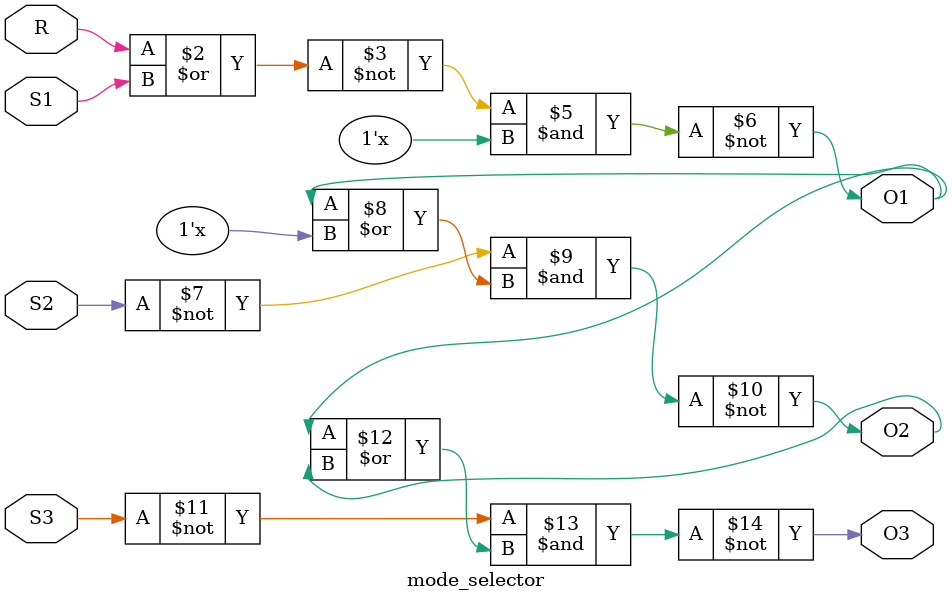
<source format=v>
module mode_selector(
    input  R,
    input  S1,
    input  S2,
    input  S3,
    output reg O1,
    output reg O2,
    output reg O3
);

always @(*) begin
    // Output logic simplified using combinational reasoning
    O1 = ~(~(R | S1) & (O2 | O3));   // Equivalent to the gate network
    O2 = ~(~S2 & (O1 | O3));
    O3 = ~(~S3 & (O1 | O2));
end

endmodule

</source>
